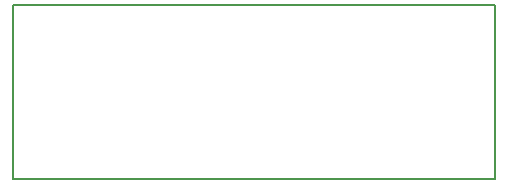
<source format=gbr>
G04 #@! TF.FileFunction,Profile,NP*
%FSLAX46Y46*%
G04 Gerber Fmt 4.6, Leading zero omitted, Abs format (unit mm)*
G04 Created by KiCad (PCBNEW 4.0.2-stable) date 08.07.2016 15:13:44*
%MOMM*%
G01*
G04 APERTURE LIST*
%ADD10C,0.100000*%
%ADD11C,0.150000*%
G04 APERTURE END LIST*
D10*
D11*
X30988000Y-28702000D02*
X31623000Y-28702000D01*
X30988000Y-43370500D02*
X30988000Y-28702000D01*
X31432500Y-43370500D02*
X30988000Y-43370500D01*
X71818500Y-43370500D02*
X31432500Y-43370500D01*
X71818500Y-28702000D02*
X71818500Y-43370500D01*
X31242000Y-28702000D02*
X71818500Y-28702000D01*
M02*

</source>
